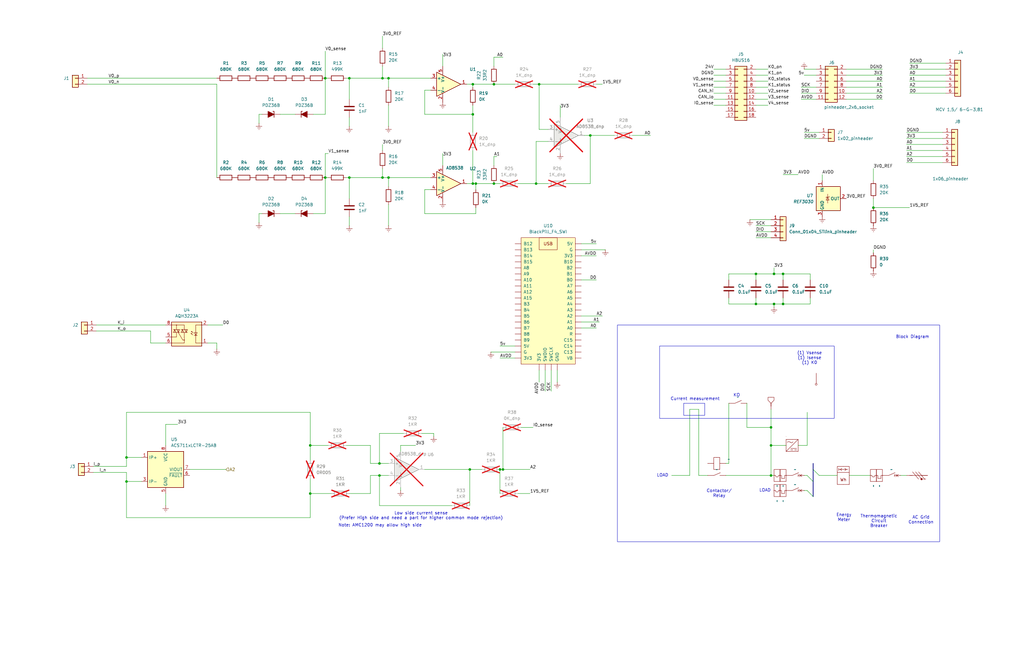
<source format=kicad_sch>
(kicad_sch (version 20231120) (generator "eeschema") (generator_version "8.0")
  (paper "B")
  (junction (at 325.12 187.96))
  (junction (at 147.32 33.02))
  (junction (at 325.12 180.34))
  (junction (at 200.66 77.47))
  (junction (at 318.77 128.27))
  (junction (at 368.3 87.63))
  (junction (at 325.12 200.66))
  (junction (at 212.09 198.12))
  (junction (at 147.32 74.93))
  (junction (at 160.02 195.58))
  (junction (at 163.83 74.93))
  (junction (at 53.34 203.2))
  (junction (at 318.77 115.57))
  (junction (at 163.83 33.02))
  (junction (at 137.16 33.02))
  (junction (at 199.39 48.26))
  (junction (at 208.28 77.47))
  (junction (at 330.2 128.27))
  (junction (at 198.12 198.12))
  (junction (at 199.39 77.47))
  (junction (at 137.16 74.93))
  (junction (at 130.81 208.28))
  (junction (at 199.39 35.56))
  (junction (at 53.34 193.04))
  (junction (at 161.29 74.93))
  (junction (at 210.82 198.12))
  (junction (at 326.39 115.57))
  (junction (at 130.81 187.96))
  (junction (at 227.33 35.56))
  (junction (at 160.02 200.66))
  (junction (at 208.28 35.56))
  (junction (at 326.39 128.27))
  (junction (at 226.06 77.47))
  (junction (at 161.29 33.02))
  (junction (at 330.2 115.57))
  (junction (at 248.92 57.15))
  (bus_entry (at 340.36 200.66) (size 2.54 2.54))
  (bus_entry (at 342.9 198.12) (size 2.54 2.54))
  (bus_entry (at 340.36 207.01) (size 2.54 2.54))
  (wire (pts (xy 212.09 180.34) (xy 212.09 198.12)))
  (wire (pts (xy 245.11 107.95) (xy 251.46 107.95)))
  (wire (pts (xy 147.32 91.44) (xy 147.32 95.25)))
  (wire (pts (xy 326.39 128.27) (xy 330.2 128.27)))
  (wire (pts (xy 199.39 35.56) (xy 208.28 35.56)))
  (wire (pts (xy 226.06 77.47) (xy 226.06 59.69)))
  (wire (pts (xy 318.77 31.75) (xy 323.85 31.75)))
  (wire (pts (xy 345.44 200.66) (xy 353.06 200.66)))
  (wire (pts (xy 243.84 35.56) (xy 227.33 35.56)))
  (wire (pts (xy 341.63 115.57) (xy 341.63 118.11)))
  (wire (pts (xy 91.44 35.56) (xy 91.44 74.93)))
  (wire (pts (xy 290.83 172.72) (xy 290.83 200.66)))
  (wire (pts (xy 130.81 173.99) (xy 130.81 187.96)))
  (wire (pts (xy 368.3 105.41) (xy 368.3 106.68)))
  (wire (pts (xy 177.8 182.88) (xy 182.88 182.88)))
  (wire (pts (xy 130.81 208.28) (xy 139.7 208.28)))
  (wire (pts (xy 179.07 48.26) (xy 179.07 38.1)))
  (wire (pts (xy 208.28 35.56) (xy 217.17 35.56)))
  (wire (pts (xy 294.64 200.66) (xy 294.64 172.72)))
  (wire (pts (xy 245.11 118.11) (xy 251.46 118.11)))
  (wire (pts (xy 207.01 148.59) (xy 217.17 148.59)))
  (wire (pts (xy 383.54 34.29) (xy 398.78 34.29)))
  (wire (pts (xy 161.29 74.93) (xy 163.83 74.93)))
  (wire (pts (xy 147.32 74.93) (xy 147.32 83.82)))
  (wire (pts (xy 186.69 22.86) (xy 186.69 27.94)))
  (wire (pts (xy 218.44 77.47) (xy 226.06 77.47)))
  (wire (pts (xy 382.27 63.5) (xy 397.51 63.5)))
  (wire (pts (xy 53.34 196.85) (xy 53.34 193.04)))
  (wire (pts (xy 339.09 31.75) (xy 344.17 31.75)))
  (wire (pts (xy 245.11 133.35) (xy 254 133.35)))
  (wire (pts (xy 146.05 33.02) (xy 147.32 33.02)))
  (wire (pts (xy 316.23 92.71) (xy 325.12 92.71)))
  (wire (pts (xy 368.3 83.82) (xy 368.3 87.63)))
  (wire (pts (xy 36.83 33.02) (xy 91.44 33.02)))
  (wire (pts (xy 227.33 35.56) (xy 227.33 54.61)))
  (wire (pts (xy 318.77 128.27) (xy 326.39 128.27)))
  (wire (pts (xy 212.09 198.12) (xy 223.52 198.12)))
  (wire (pts (xy 356.87 29.21) (xy 372.11 29.21)))
  (wire (pts (xy 259.08 57.15) (xy 248.92 57.15)))
  (wire (pts (xy 160.02 213.36) (xy 190.5 213.36)))
  (wire (pts (xy 137.16 74.93) (xy 138.43 74.93)))
  (wire (pts (xy 231.14 77.47) (xy 226.06 77.47)))
  (wire (pts (xy 339.09 58.42) (xy 345.44 58.42)))
  (bus (pts (xy 342.9 195.58) (xy 342.9 198.12)))
  (wire (pts (xy 163.83 86.36) (xy 163.83 95.25)))
  (wire (pts (xy 397.51 55.88) (xy 382.27 55.88)))
  (wire (pts (xy 199.39 77.47) (xy 200.66 77.47)))
  (wire (pts (xy 156.21 208.28) (xy 156.21 200.66)))
  (wire (pts (xy 200.66 77.47) (xy 200.66 80.01)))
  (wire (pts (xy 132.08 48.26) (xy 137.16 48.26)))
  (wire (pts (xy 130.81 201.93) (xy 130.81 208.28)))
  (wire (pts (xy 163.83 74.93) (xy 181.61 74.93)))
  (wire (pts (xy 274.32 57.15) (xy 266.7 57.15)))
  (wire (pts (xy 87.63 144.78) (xy 91.44 144.78)))
  (wire (pts (xy 63.5 144.78) (xy 69.85 144.78)))
  (wire (pts (xy 318.77 29.21) (xy 323.85 29.21)))
  (wire (pts (xy 300.99 41.91) (xy 306.07 41.91)))
  (wire (pts (xy 325.12 187.96) (xy 325.12 200.66)))
  (wire (pts (xy 199.39 44.45) (xy 199.39 48.26)))
  (wire (pts (xy 238.76 77.47) (xy 248.92 77.47)))
  (wire (pts (xy 245.11 138.43) (xy 251.46 138.43)))
  (wire (pts (xy 229.87 156.21) (xy 229.87 165.1)))
  (wire (pts (xy 160.02 200.66) (xy 160.02 213.36)))
  (wire (pts (xy 227.33 35.56) (xy 224.79 35.56)))
  (wire (pts (xy 210.82 198.12) (xy 210.82 208.28)))
  (wire (pts (xy 330.2 73.66) (xy 336.55 73.66)))
  (wire (pts (xy 307.34 128.27) (xy 318.77 128.27)))
  (wire (pts (xy 137.16 21.59) (xy 137.16 33.02)))
  (wire (pts (xy 91.44 144.78) (xy 91.44 147.32)))
  (wire (pts (xy 168.91 190.5) (xy 168.91 187.96)))
  (wire (pts (xy 339.09 207.01) (xy 340.36 207.01)))
  (wire (pts (xy 147.32 33.02) (xy 147.32 41.91)))
  (wire (pts (xy 326.39 115.57) (xy 330.2 115.57)))
  (wire (pts (xy 53.34 203.2) (xy 59.69 203.2)))
  (wire (pts (xy 69.85 208.28) (xy 69.85 213.36)))
  (wire (pts (xy 163.83 78.74) (xy 163.83 74.93)))
  (wire (pts (xy 156.21 200.66) (xy 160.02 200.66)))
  (wire (pts (xy 318.77 97.79) (xy 325.12 97.79)))
  (wire (pts (xy 69.85 187.96) (xy 69.85 179.07)))
  (wire (pts (xy 330.2 115.57) (xy 341.63 115.57)))
  (wire (pts (xy 382.27 66.04) (xy 397.51 66.04)))
  (wire (pts (xy 383.54 87.63) (xy 368.3 87.63)))
  (wire (pts (xy 53.34 203.2) (xy 53.34 218.44)))
  (wire (pts (xy 318.77 115.57) (xy 326.39 115.57)))
  (wire (pts (xy 223.52 208.28) (xy 218.44 208.28)))
  (wire (pts (xy 80.01 198.12) (xy 95.25 198.12)))
  (wire (pts (xy 227.33 54.61) (xy 231.14 54.61)))
  (wire (pts (xy 63.5 139.7) (xy 63.5 144.78)))
  (wire (pts (xy 318.77 34.29) (xy 323.85 34.29)))
  (wire (pts (xy 307.34 195.58) (xy 306.07 195.58)))
  (wire (pts (xy 337.82 41.91) (xy 344.17 41.91)))
  (wire (pts (xy 186.69 64.77) (xy 186.69 69.85)))
  (wire (pts (xy 53.34 199.39) (xy 53.34 203.2)))
  (wire (pts (xy 330.2 115.57) (xy 330.2 118.11)))
  (wire (pts (xy 379.73 200.66) (xy 382.27 200.66)))
  (wire (pts (xy 340.36 173.99) (xy 340.36 187.96)))
  (wire (pts (xy 109.22 48.26) (xy 110.49 48.26)))
  (wire (pts (xy 179.07 80.01) (xy 179.07 90.17)))
  (wire (pts (xy 199.39 48.26) (xy 179.07 48.26)))
  (wire (pts (xy 383.54 29.21) (xy 398.78 29.21)))
  (wire (pts (xy 234.95 156.21) (xy 234.95 161.29)))
  (wire (pts (xy 346.71 73.66) (xy 346.71 76.2)))
  (wire (pts (xy 248.92 57.15) (xy 248.92 77.47)))
  (wire (pts (xy 326.39 113.03) (xy 326.39 115.57)))
  (wire (pts (xy 161.29 20.32) (xy 161.29 15.24)))
  (wire (pts (xy 372.11 34.29) (xy 356.87 34.29)))
  (wire (pts (xy 168.91 187.96) (xy 175.26 187.96)))
  (wire (pts (xy 208.28 69.85) (xy 208.28 66.04)))
  (wire (pts (xy 226.06 59.69) (xy 231.14 59.69)))
  (wire (pts (xy 300.99 44.45) (xy 306.07 44.45)))
  (wire (pts (xy 341.63 128.27) (xy 341.63 125.73)))
  (wire (pts (xy 339.09 200.66) (xy 340.36 200.66)))
  (wire (pts (xy 160.02 182.88) (xy 170.18 182.88)))
  (wire (pts (xy 109.22 90.17) (xy 110.49 90.17)))
  (bus (pts (xy 342.9 203.2) (xy 342.9 209.55)))
  (wire (pts (xy 200.66 87.63) (xy 200.66 90.17)))
  (wire (pts (xy 314.96 170.18) (xy 314.96 180.34)))
  (wire (pts (xy 383.54 31.75) (xy 398.78 31.75)))
  (wire (pts (xy 298.45 200.66) (xy 294.64 200.66)))
  (wire (pts (xy 372.11 31.75) (xy 356.87 31.75)))
  (wire (pts (xy 199.39 35.56) (xy 199.39 36.83)))
  (wire (pts (xy 137.16 33.02) (xy 138.43 33.02)))
  (wire (pts (xy 318.77 39.37) (xy 323.85 39.37)))
  (wire (pts (xy 314.96 180.34) (xy 325.12 180.34)))
  (wire (pts (xy 36.83 35.56) (xy 91.44 35.56)))
  (wire (pts (xy 109.22 90.17) (xy 109.22 93.98)))
  (wire (pts (xy 318.77 95.25) (xy 325.12 95.25)))
  (wire (pts (xy 300.99 29.21) (xy 306.07 29.21)))
  (wire (pts (xy 130.81 208.28) (xy 130.81 218.44)))
  (wire (pts (xy 210.82 151.13) (xy 217.17 151.13)))
  (wire (pts (xy 245.11 135.89) (xy 252.73 135.89)))
  (wire (pts (xy 147.32 33.02) (xy 161.29 33.02)))
  (wire (pts (xy 358.14 200.66) (xy 367.03 200.66)))
  (wire (pts (xy 53.34 193.04) (xy 59.69 193.04)))
  (wire (pts (xy 181.61 38.1) (xy 179.07 38.1)))
  (wire (pts (xy 318.77 41.91) (xy 323.85 41.91)))
  (wire (pts (xy 137.16 48.26) (xy 137.16 33.02)))
  (wire (pts (xy 283.21 200.66) (xy 290.83 200.66)))
  (wire (pts (xy 39.37 199.39) (xy 53.34 199.39)))
  (wire (pts (xy 137.16 64.77) (xy 137.16 74.93)))
  (wire (pts (xy 248.92 57.15) (xy 246.38 57.15)))
  (wire (pts (xy 372.11 36.83) (xy 356.87 36.83)))
  (wire (pts (xy 325.12 200.66) (xy 326.39 200.66)))
  (wire (pts (xy 325.12 180.34) (xy 325.12 187.96)))
  (wire (pts (xy 168.91 205.74) (xy 168.91 207.01)))
  (wire (pts (xy 199.39 55.88) (xy 199.39 48.26)))
  (wire (pts (xy 147.32 74.93) (xy 161.29 74.93)))
  (wire (pts (xy 53.34 218.44) (xy 130.81 218.44)))
  (wire (pts (xy 137.16 90.17) (xy 137.16 74.93)))
  (wire (pts (xy 382.27 60.96) (xy 397.51 60.96)))
  (wire (pts (xy 147.32 208.28) (xy 156.21 208.28)))
  (wire (pts (xy 300.99 36.83) (xy 306.07 36.83)))
  (wire (pts (xy 337.82 36.83) (xy 344.17 36.83)))
  (wire (pts (xy 307.34 115.57) (xy 318.77 115.57)))
  (wire (pts (xy 325.12 172.72) (xy 325.12 180.34)))
  (wire (pts (xy 156.21 187.96) (xy 146.05 187.96)))
  (wire (pts (xy 307.34 170.18) (xy 307.34 195.58)))
  (wire (pts (xy 196.85 35.56) (xy 199.39 35.56)))
  (bus (pts (xy 342.9 198.12) (xy 342.9 203.2)))
  (wire (pts (xy 161.29 33.02) (xy 163.83 33.02)))
  (wire (pts (xy 198.12 198.12) (xy 198.12 213.36)))
  (wire (pts (xy 156.21 195.58) (xy 156.21 187.96)))
  (wire (pts (xy 224.79 180.34) (xy 219.71 180.34)))
  (wire (pts (xy 118.11 48.26) (xy 124.46 48.26)))
  (wire (pts (xy 198.12 198.12) (xy 203.2 198.12)))
  (wire (pts (xy 163.83 195.58) (xy 160.02 195.58)))
  (wire (pts (xy 300.99 34.29) (xy 306.07 34.29)))
  (wire (pts (xy 318.77 125.73) (xy 318.77 128.27)))
  (wire (pts (xy 294.64 172.72) (xy 290.83 172.72)))
  (wire (pts (xy 318.77 115.57) (xy 318.77 118.11)))
  (wire (pts (xy 196.85 77.47) (xy 199.39 77.47)))
  (wire (pts (xy 208.28 77.47) (xy 210.82 77.47)))
  (wire (pts (xy 179.07 90.17) (xy 200.66 90.17)))
  (wire (pts (xy 163.83 44.45) (xy 163.83 53.34)))
  (wire (pts (xy 210.82 198.12) (xy 212.09 198.12)))
  (wire (pts (xy 232.41 156.21) (xy 232.41 165.1)))
  (wire (pts (xy 339.09 29.21) (xy 344.17 29.21)))
  (wire (pts (xy 93.98 137.16) (xy 87.63 137.16)))
  (wire (pts (xy 53.34 173.99) (xy 130.81 173.99)))
  (wire (pts (xy 300.99 31.75) (xy 306.07 31.75)))
  (wire (pts (xy 300.99 39.37) (xy 306.07 39.37)))
  (wire (pts (xy 181.61 80.01) (xy 179.07 80.01)))
  (wire (pts (xy 138.43 64.77) (xy 137.16 64.77)))
  (wire (pts (xy 160.02 195.58) (xy 156.21 195.58)))
  (wire (pts (xy 318.77 36.83) (xy 323.85 36.83)))
  (wire (pts (xy 307.34 118.11) (xy 307.34 115.57)))
  (wire (pts (xy 132.08 90.17) (xy 137.16 90.17)))
  (wire (pts (xy 182.88 182.88) (xy 182.88 184.15)))
  (wire (pts (xy 383.54 39.37) (xy 398.78 39.37)))
  (wire (pts (xy 163.83 36.83) (xy 163.83 33.02)))
  (wire (pts (xy 39.37 196.85) (xy 53.34 196.85)))
  (wire (pts (xy 179.07 198.12) (xy 198.12 198.12)))
  (wire (pts (xy 208.28 66.04) (xy 209.55 66.04)))
  (wire (pts (xy 160.02 200.66) (xy 163.83 200.66)))
  (wire (pts (xy 161.29 71.12) (xy 161.29 74.93)))
  (wire (pts (xy 325.12 187.96) (xy 331.47 187.96)))
  (wire (pts (xy 130.81 194.31) (xy 130.81 187.96)))
  (wire (pts (xy 40.64 139.7) (xy 63.5 139.7)))
  (wire (pts (xy 251.46 35.56) (xy 254 35.56)))
  (wire (pts (xy 326.39 128.27) (xy 326.39 129.54)))
  (wire (pts (xy 245.11 102.87) (xy 251.46 102.87)))
  (wire (pts (xy 199.39 77.47) (xy 199.39 63.5)))
  (wire (pts (xy 161.29 27.94) (xy 161.29 33.02)))
  (wire (pts (xy 383.54 36.83) (xy 398.78 36.83)))
  (wire (pts (xy 382.27 58.42) (xy 397.51 58.42)))
  (wire (pts (xy 398.78 26.67) (xy 383.54 26.67)))
  (wire (pts (xy 146.05 74.93) (xy 147.32 74.93)))
  (wire (pts (xy 118.11 90.17) (xy 124.46 90.17)))
  (wire (pts (xy 330.2 125.73) (xy 330.2 128.27)))
  (wire (pts (xy 147.32 49.53) (xy 147.32 53.34)))
  (wire (pts (xy 307.34 125.73) (xy 307.34 128.27)))
  (wire (pts (xy 318.77 44.45) (xy 323.85 44.45)))
  (wire (pts (xy 40.64 137.16) (xy 69.85 137.16)))
  (wire (pts (xy 236.22 44.45) (xy 236.22 49.53)))
  (wire (pts (xy 200.66 77.47) (xy 208.28 77.47)))
  (wire (pts (xy 337.82 39.37) (xy 344.17 39.37)))
  (wire (pts (xy 210.82 146.05) (xy 217.17 146.05)))
  (wire (pts (xy 372.11 39.37) (xy 356.87 39.37)))
  (wire (pts (xy 161.29 63.5) (xy 161.29 60.96)))
  (wire (pts (xy 130.81 187.96) (xy 138.43 187.96)))
  (wire (pts (xy 69.85 179.07) (xy 74.93 179.07)))
  (wire (pts (xy 336.55 187.96) (xy 340.36 187.96)))
  (wire (pts (xy 306.07 200.66) (xy 325.12 200.66)))
  (wire (pts (xy 368.3 76.2) (xy 368.3 71.12)))
  (wire (pts (xy 339.09 55.88) (xy 345.44 55.88)))
  (wire (pts (xy 372.11 41.91) (xy 356.87 41.91)))
  (wire (pts (xy 227.33 156.21) (xy 227.33 161.29)))
  (wire (pts (xy 160.02 182.88) (xy 160.02 195.58)))
  (wire (pts (xy 212.09 24.13) (xy 208.28 24.13)))
  (wire (pts (xy 109.22 48.26) (xy 109.22 52.07)))
  (wire (pts (xy 163.83 33.02) (xy 181.61 33.02)))
  (wire (pts (xy 382.27 68.58) (xy 397.51 68.58)))
  (wire (pts (xy 208.28 24.13) (xy 208.28 27.94)))
  (wire (pts (xy 53.34 193.04) (xy 53.34 173.99)))
  (wire (pts (xy 245.11 105.41) (xy 255.27 105.41)))
  (wire (pts (xy 318.77 100.33) (xy 325.12 100.33)))
  (wire (pts (xy 330.2 128.27) (xy 341.63 128.27)))
  (rectangle (start 278.13 146.05) (end 351.79 176.53))
  (rectangle (start 288.29 170.18) (end 297.18 175.26))
  (rectangle (start 260.35 137.16) (end 396.24 228.6))
  (text "Note: AMC1200 may allow high side" (at 160.274 221.742 0) (effects (font (size 1.27 1.27))))
  (text "AC Grid\nConnection" (at 388.366 219.456 0) (effects (font (size 1.27 1.27))))
  (text "Block Diagram" (at 384.81 142.24 0) (effects (font (size 1.27 1.27))))
  (text "Low side current sense\n(Prefer High side and need a part for higher common mode rejection)" (at 177.546 217.678 0) (effects (font (size 1.27 1.27))))
  (text "KO" (at 310.642 166.878 0) (effects (font (size 1.27 1.27))))
  (text "(1) Vsense\n(1) Isense\n(1) K0" (at 341.376 151.13 0) (effects (font (size 1.27 1.27))))
  (text "Current measurement" (at 293.116 168.402 0) (effects (font (size 1.27 1.27))))
  (text "Energy\nMeter" (at 355.854 218.44 0) (effects (font (size 1.27 1.27))))
  (text "LOAD" (at 322.58 207.01 0) (effects (font (size 1.27 1.27))))
  (text "Thermomagnetic\nCircuit\nBreaker" (at 370.586 219.964 0) (effects (font (size 1.27 1.27))))
  (text "LOAD" (at 279.4 200.66 0) (effects (font (size 1.27 1.27))))
  (text "Contactor/\nRelay" (at 303.276 208.28 0) (effects (font (size 1.27 1.27))))
  (label "A1" (at 383.54 34.29 0))
  (label "AVDD" (at 318.77 100.33 0))
  (label "5v" (at 251.46 102.87 180))
  (label "K0_status" (at 323.85 34.29 0))
  (label "A2" (at 223.52 198.12 0))
  (label "AVDD" (at 210.82 151.13 0))
  (label "3V0_REF" (at 356.87 83.82 0))
  (label "DIO" (at 337.82 39.37 0))
  (label "D0" (at 372.11 41.91 180))
  (label "3V0_REF" (at 161.29 15.24 0))
  (label "V1_sense" (at 300.99 36.83 180))
  (label "A2" (at 382.27 66.04 0))
  (label "DIO" (at 229.87 165.1 90))
  (label "SCK" (at 337.82 36.83 0))
  (label "V3_sense" (at 323.85 41.91 0))
  (label "3V3" (at 236.22 45.72 0))
  (label "SCK" (at 318.77 95.25 0))
  (label "CAN_hi" (at 300.99 39.37 180))
  (label "I_n" (at 41.91 199.39 0))
  (label "V0_p" (at 45.72 33.02 0))
  (label "V2_sense" (at 323.85 39.37 0))
  (label "DGND" (at 368.3 105.41 0))
  (label "1V5_REF" (at 223.52 208.28 0))
  (label "A0" (at 372.11 34.29 180))
  (label "DGND" (at 383.54 26.67 0))
  (label "I0_sense" (at 224.79 180.34 0))
  (label "3V0_REF" (at 368.3 71.12 0))
  (label "V0_n" (at 45.72 35.56 0))
  (label "3V3" (at 372.11 31.75 180))
  (label "A0" (at 383.54 31.75 0))
  (label "I0_sense" (at 300.99 44.45 180))
  (label "AVDD" (at 346.71 73.66 0))
  (label "DIO" (at 318.77 97.79 0))
  (label "3V3" (at 186.69 24.13 0))
  (label "A0" (at 251.46 138.43 180))
  (label "V4_sense" (at 323.85 44.45 0))
  (label "K0_on" (at 323.85 29.21 0))
  (label "3V3" (at 330.2 73.66 0))
  (label "D0" (at 93.98 137.16 0))
  (label "A1" (at 208.28 66.04 0))
  (label "3V3" (at 326.39 113.03 0))
  (label "K_o" (at 49.53 139.7 0))
  (label "1V5_REF" (at 254 35.56 0))
  (label "D0" (at 251.46 118.11 180))
  (label "A2" (at 383.54 36.83 0))
  (label "A1" (at 372.11 36.83 180))
  (label "5v" (at 339.09 55.88 0))
  (label "1V5_REF" (at 383.54 87.63 0))
  (label "3V3" (at 383.54 29.21 0))
  (label "K_i" (at 49.53 137.16 0))
  (label "5v" (at 210.82 146.05 0))
  (label "A0" (at 271.78 57.15 0))
  (label "D0" (at 383.54 39.37 0))
  (label "3V3" (at 74.93 179.07 0))
  (label "A2" (at 372.11 39.37 180))
  (label "A0" (at 209.55 24.13 0))
  (label "K1_on" (at 323.85 31.75 0))
  (label "AVDD" (at 336.55 73.66 0))
  (label "V1_sense" (at 138.43 64.77 0))
  (label "AVDD" (at 251.46 107.95 180))
  (label "AVDD" (at 227.33 161.29 270))
  (label "CAN_lo" (at 300.99 41.91 180))
  (label "A2" (at 254 133.35 180))
  (label "3V3" (at 382.27 58.42 0))
  (label "SCK" (at 232.41 165.1 90))
  (label "DGND" (at 372.11 29.21 180))
  (label "I_p" (at 39.37 196.85 0))
  (label "A1" (at 382.27 63.5 0))
  (label "3V3" (at 175.26 187.96 0))
  (label "DGND" (at 382.27 55.88 0))
  (label "D0" (at 382.27 68.58 0))
  (label "24V" (at 300.99 29.21 180))
  (label "3V0_REF" (at 161.29 60.96 0))
  (label "K1_status" (at 323.85 36.83 0))
  (label "AVDD" (at 337.82 41.91 0))
  (label "DGND" (at 300.99 31.75 180))
  (label "V0_sense" (at 137.16 21.59 0))
  (label "A1" (at 252.73 135.89 180))
  (label "3V3" (at 186.69 66.04 0))
  (label "V0_sense" (at 300.99 34.29 180))
  (label "5v" (at 339.09 31.75 180))
  (label "A0" (at 382.27 60.96 0))
  (label "DGND" (at 339.09 58.42 0))
  (hierarchical_label "A2" (shape input) (at 95.25 198.12 0))
  (symbol (lib_id "Device:R") (at 208.28 31.75 180) (unit 1)
    (property "Reference" "R22" (at 201.93 31.75 90))
    (property "Value" "33R2" (at 204.47 31.75 90))
    (property "Footprint" "Resistor_SMD:R_0805_2012Metric" (effects (hide yes)))
    (property "Description" "Resistor" (effects (hide yes)))
  )
  (symbol (lib_id "iec_60617:watt_hour_meter_bidirectional") (at 355.6 200.66 0) (unit 1)
    (property "Reference" "U20" (effects (hide yes)))
    (property "Value" "watt_hour_meter_bidirectional" (effects (hide yes)))
  )
  (symbol (lib_id "Connector_Generic:Conn_01x06") (at 403.86 31.75 0) (unit 1) (exclude_from_sim yes)
    (property "Reference" "J4" (at 403.86 22.098 0) (effects (justify left)))
    (property "Value" "MCV 1,5/ 6-G-3,81" (at 394.462 46.228 0) (effects (justify left)))
    (property "Footprint" "Connector_Phoenix_MC:PhoenixContact_MCV_1,5_6-G-3.81_1x06_P3.81mm_Vertical" (effects (hide yes)))
    (property "Description" "Generic connector, single row, 01x06, script generated (kicad-library-utils/schlib/autogen/connector/)" (effects (hide yes)))
  )
  (symbol (lib_id "Device:R") (at 199.39 40.64 0) (unit 1)
    (property "Reference" "R19" (at 201.93 39.3699 0) (effects (justify left)))
    (property "Value" "0K" (at 201.93 41.9099 0) (effects (justify left)))
    (property "Footprint" "Resistor_SMD:R_0805_2012Metric" (effects (hide yes)))
    (property "Description" "Resistor" (effects (hide yes)))
  )
  (symbol (lib_id "Device:R") (at 194.31 213.36 90) (unit 1) (dnp yes)
    (property "Reference" "R33" (at 194.31 207.01 90))
    (property "Value" "1KR" (at 194.31 209.55 90))
    (property "Footprint" "Resistor_SMD:R_0805_2012Metric" (effects (hide yes)))
    (property "Description" "Resistor" (effects (hide yes)))
  )
  (symbol (lib_id "Device:R") (at 214.63 77.47 90) (unit 1) (dnp yes)
    (property "Reference" "R25" (at 214.63 71.12 90))
    (property "Value" "1K_dnp" (at 214.63 73.66 90))
    (property "Footprint" "Resistor_SMD:R_0805_2012Metric" (effects (hide yes)))
    (property "Description" "Resistor" (effects (hide yes)))
  )
  (symbol (lib_id "Device:R") (at 161.29 67.31 180) (unit 1)
    (property "Reference" "R16" (at 163.83 66.0399 0) (effects (justify right)))
    (property "Value" "20K" (at 163.83 68.5799 0) (effects (justify right)))
    (property "Footprint" "Resistor_SMD:R_0805_2012Metric" (effects (hide yes)))
    (property "Description" "Resistor" (effects (hide yes)))
  )
  (symbol (lib_id "Device:R") (at 118.11 74.93 90) (unit 1)
    (property "Reference" "R8" (at 118.11 68.58 90))
    (property "Value" "680K" (at 118.11 71.12 90))
    (property "Footprint" "Resistor_SMD:R_1206_3216Metric" (effects (hide yes)))
    (property "Description" "Resistor" (effects (hide yes)))
  )
  (symbol (lib_id "Device:R") (at 110.49 33.02 90) (unit 1)
    (property "Reference" "R5" (at 110.49 26.67 90))
    (property "Value" "680K" (at 110.49 29.21 90))
    (property "Footprint" "Resistor_SMD:R_1206_3216Metric" (effects (hide yes)))
    (property "Description" "Resistor" (effects (hide yes)))
  )
  (symbol (lib_id "Reference_Voltage:REF3030") (at 349.25 83.82 0) (unit 1) (exclude_from_sim yes)
    (property "Reference" "U7" (at 342.9 82.5499 0) (effects (justify right)))
    (property "Value" "REF3030" (at 342.9 85.0899 0) (effects (font (italic yes)) (justify right)))
    (property "Footprint" "Package_TO_SOT_SMD:SOT-23" (effects (hide yes)))
    (property "Datasheet" "http://www.ti.com/lit/ds/symlink/ref3033.pdf" (effects (hide yes)))
    (property "Description" "3.0V 50-ppm/°C Max, 50-μA, CMOS Voltage Reference, SOT-23-3" (effects (hide yes)))
  )
  (symbol (lib_id "Device:R") (at 247.65 35.56 90) (unit 1) (dnp yes)
    (property "Reference" "R27" (at 247.65 29.21 90))
    (property "Value" "1K_dnp" (at 247.65 31.75 90))
    (property "Footprint" "Resistor_SMD:R_0805_2012Metric" (effects (hide yes)))
    (property "Description" "Resistor" (effects (hide yes)))
  )
  (symbol (lib_id "Device:C") (at 341.63 121.92 0) (unit 1)
    (property "Reference" "C10" (at 345.44 120.6499 0) (effects (justify left)))
    (property "Value" "0.1uF" (at 345.44 123.1899 0) (effects (justify left)))
    (property "Footprint" "Capacitor_SMD:C_0603_1608Metric_Pad1.08x0.95mm_HandSolder" (effects (hide yes)))
    (property "Description" "Unpolarized capacitor" (effects (hide yes)))
  )
  (symbol (lib_id "power:Earth") (at 207.01 148.59 0) (unit 1)
    (property "Reference" "#PWR019" (effects (hide yes)))
    (property "Value" "Earth" (effects (hide yes)))
    (property "Description" "Power symbol creates a global label with name \"Earth\"" (effects (hide yes)))
  )
  (symbol (lib_id "Connector_Generic:Conn_01x02") (at 35.56 137.16 0) (mirror y) (unit 1)
    (property "Reference" "J2" (at 33.02 137.1599 0) (effects (justify left)))
    (property "Footprint" "Connector_Phoenix_MSTB:PhoenixContact_MSTBVA_2,5_2-G-5,08_1x02_P5.08mm_Vertical" (effects (hide yes)))
    (property "Description" "Generic connector, single row, 01x02, script generated (kicad-library-utils/schlib/autogen/connector/)" (effects (hide yes)))
  )
  (symbol (lib_id "Device:R") (at 199.39 59.69 0) (unit 1) (dnp yes)
    (property "Reference" "R20" (at 201.93 58.4199 0) (effects (justify left)))
    (property "Value" "1K_dnp" (at 201.93 60.9599 0) (effects (justify left)))
    (property "Footprint" "Resistor_SMD:R_0805_2012Metric" (effects (hide yes)))
    (property "Description" "Resistor" (effects (hide yes)))
  )
  (symbol (lib_id "Device:R") (at 142.24 33.02 90) (unit 1)
    (property "Reference" "R13" (at 142.24 26.67 90))
    (property "Value" "499K" (at 142.24 29.21 90))
    (property "Footprint" "Resistor_SMD:R_0805_2012Metric" (effects (hide yes)))
    (property "Description" "Resistor" (effects (hide yes)))
  )
  (symbol (lib_id "Device:R") (at 200.66 83.82 0) (unit 1)
    (property "Reference" "R21" (at 203.2 82.5499 0) (effects (justify left)))
    (property "Value" "0K" (at 203.2 85.0899 0) (effects (justify left)))
    (property "Footprint" "Resistor_SMD:R_0805_2012Metric" (effects (hide yes)))
    (property "Description" "Resistor" (effects (hide yes)))
  )
  (symbol (lib_id "Device:D_Zener_Filled") (at 128.27 48.26 0) (unit 1) (exclude_from_sim yes)
    (property "Reference" "D3" (at 128.27 41.91 0))
    (property "Value" "PDZ36B" (at 128.27 44.45 0))
    (property "Footprint" "Diode_SMD:D_SOD-323_HandSoldering" (effects (hide yes)))
    (property "Description" "Zener diode, filled shape" (effects (hide yes)))
  )
  (symbol (lib_id "Connector_Generic:Conn_02x06_Odd_Even") (at 349.25 34.29 0) (unit 1)
    (property "Reference" "J6" (at 349.504 26.416 0) (effects (justify left)))
    (property "Value" "pinheader_2x6_socket" (at 347.472 45.212 0) (effects (justify left)))
    (property "Footprint" "Connector_PinHeader_2.54mm:PinHeader_2x06_P2.54mm_Vertical" (effects (hide yes)))
    (property "Description" "Generic connector, double row, 02x06, odd/even pin numbering scheme (row 1 odd numbers, row 2 even numbers), script generated (kicad-library-utils/schlib/autogen/connector/)" (effects (hide yes)))
  )
  (symbol (lib_id "Device:R") (at 125.73 33.02 90) (unit 1)
    (property "Reference" "R9" (at 125.73 26.67 90))
    (property "Value" "680K" (at 125.73 29.21 90))
    (property "Footprint" "Resistor_SMD:R_1206_3216Metric" (effects (hide yes)))
    (property "Description" "Resistor" (effects (hide yes)))
  )
  (symbol (lib_id "Device:R") (at 133.35 74.93 90) (unit 1)
    (property "Reference" "R12" (at 133.35 68.58 90))
    (property "Value" "680K" (at 133.35 71.12 90))
    (property "Footprint" "Resistor_SMD:R_1206_3216Metric" (effects (hide yes)))
    (property "Description" "Resistor" (effects (hide yes)))
  )
  (symbol (lib_id "Device:R") (at 368.3 110.49 180) (unit 1)
    (property "Reference" "R39" (at 370.84 109.2199 0) (effects (justify right)))
    (property "Value" "0" (at 370.84 111.7599 0) (effects (justify right)))
    (property "Footprint" "Resistor_SMD:R_0805_2012Metric" (effects (hide yes)))
    (property "Description" "Resistor" (effects (hide yes)))
  )
  (symbol (lib_id "power:Earth") (at 163.83 95.25 0) (unit 1)
    (property "Reference" "#PWR06" (effects (hide yes)))
    (property "Value" "Earth" (effects (hide yes)))
    (property "Description" "Power symbol creates a global label with name \"Earth\"" (effects (hide yes)))
  )
  (symbol (lib_id "power:Earth") (at 316.23 92.71 0) (unit 1)
    (property "Reference" "#PWR022" (effects (hide yes)))
    (property "Value" "Earth" (effects (hide yes)))
    (property "Description" "Power symbol creates a global label with name \"Earth\"" (effects (hide yes)))
  )
  (symbol (lib_id "power:Earth") (at 69.85 213.36 0) (unit 1)
    (property "Reference" "#PWR010" (effects (hide yes)))
    (property "Value" "Earth" (effects (hide yes)))
    (property "Description" "Power symbol creates a global label with name \"Earth\"" (effects (hide yes)))
  )
  (symbol (lib_id "iec_60617:07-13-05.6_circuit_breaker_isolator") (at 339.09 200.66 270) (mirror x) (unit 1)
    (property "Reference" "C8" (effects (hide yes)))
    (property "Value" "~" (at 335.28 198.12 90))
  )
  (symbol (lib_id "Device:C") (at 330.2 121.92 0) (unit 1)
    (property "Reference" "C6" (at 334.01 120.6499 0) (effects (justify left)))
    (property "Value" "0.1uF" (at 334.01 123.1899 0) (effects (justify left)))
    (property "Footprint" "Capacitor_SMD:C_0603_1608Metric_Pad1.08x0.95mm_HandSolder" (effects (hide yes)))
    (property "Description" "Unpolarized capacitor" (effects (hide yes)))
  )
  (symbol (lib_id "Connector_Generic:Conn_02x09_Odd_Even") (at 311.15 39.37 0) (unit 1)
    (property "Reference" "J5" (at 312.42 22.86 0))
    (property "Value" "HBUS16" (at 312.42 25.4 0))
    (property "Footprint" "Connector_PinHeader_2.54mm:PinHeader_2x09_P2.54mm_Vertical" (effects (hide yes)))
    (property "Description" "Generic connector, double row, 02x09, odd/even pin numbering scheme (row 1 odd numbers, row 2 even numbers), script generated (kicad-library-utils/schlib/autogen/connector/)" (effects (hide yes)))
  )
  (symbol (lib_id "Connector_Generic:Conn_01x02") (at 34.29 196.85 0) (mirror y) (unit 1)
    (property "Reference" "J3" (at 31.75 196.8499 0) (effects (justify left)))
    (property "Footprint" "Connector_Phoenix_MSTB:PhoenixContact_MSTBVA_2,5_2-G-5,08_1x02_P5.08mm_Vertical" (effects (hide yes)))
    (property "Description" "Generic connector, single row, 01x02, script generated (kicad-library-utils/schlib/autogen/connector/)" (effects (hide yes)))
  )
  (symbol (lib_id "Device:R") (at 95.25 74.93 90) (unit 1)
    (property "Reference" "R2" (at 95.25 68.58 90))
    (property "Value" "680K" (at 95.25 71.12 90))
    (property "Footprint" "Resistor_SMD:R_1206_3216Metric" (effects (hide yes)))
    (property "Description" "Resistor" (effects (hide yes)))
  )
  (symbol (lib_id "Connector_Generic:Conn_01x06") (at 402.59 60.96 0) (unit 1) (exclude_from_sim yes)
    (property "Reference" "J8" (at 402.59 51.308 0) (effects (justify left)))
    (property "Value" "1x06_pinheader" (at 393.192 75.438 0) (effects (justify left)))
    (property "Footprint" "Connector_PinHeader_2.54mm:PinHeader_1x06_P2.54mm_Vertical" (effects (hide yes)))
    (property "Description" "Generic connector, single row, 01x06, script generated (kicad-library-utils/schlib/autogen/connector/)" (effects (hide yes)))
  )
  (symbol (lib_id "iec_60617:07-02-01_make_contact") (at 306.07 200.66 270) (mirror x) (unit 1)
    (property "Reference" "C7" (effects (hide yes)))
    (property "Value" "~" (at 302.26 198.12 90))
  )
  (symbol (lib_id "Device:R") (at 133.35 33.02 90) (unit 1)
    (property "Reference" "R11" (at 133.35 26.67 90))
    (property "Value" "680K" (at 133.35 29.21 90))
    (property "Footprint" "Resistor_SMD:R_1206_3216Metric" (effects (hide yes)))
    (property "Description" "Resistor" (effects (hide yes)))
  )
  (symbol (lib_id "Device:D_Zener_Filled") (at 114.3 90.17 0) (mirror y) (unit 1) (exclude_from_sim yes)
    (property "Reference" "D2" (at 114.3 83.82 0))
    (property "Value" "PDZ36B" (at 114.3 86.36 0))
    (property "Footprint" "Diode_SMD:D_SOD-323_HandSoldering" (effects (hide yes)))
    (property "Description" "Zener diode, filled shape" (effects (hide yes)))
  )
  (symbol (lib_id "misc_parts:AD8538") (at 171.45 198.12 0) (unit 1) (dnp yes)
    (property "Reference" "U6" (at 181.61 191.8014 0))
    (property "Value" "AD8538_dnp" (at 173.99 191.516 0))
    (property "Footprint" "Package_TO_SOT_SMD:TSOT-23-5" (effects (hide yes)))
    (property "Datasheet" "https://www.analog.com/media/en/technical-documentation/data-sheets/AD8538_8539.pdf" (effects (hide yes)))
    (property "Description" "Precision Micropower, Low Noise CMOS, Rail-to-Rail Input/Output Operational Amplifier, TSOT-23-5" (effects (hide yes)))
    (property "Sim.Library" "${KICAD8_SYMBOL_DIR}/Simulation_SPICE.sp" (effects (hide yes)))
    (property "Sim.Name" "kicad_builtin_opamp" (effects (hide yes)))
    (property "Sim.Device" "SUBCKT" (effects (hide yes)))
    (property "Sim.Pins" "1=out 2=vee 3=in+ 4=in- 5=vcc" (effects (hide yes)))
  )
  (symbol (lib_id "power:Earth") (at 234.95 161.29 0) (unit 1)
    (property "Reference" "#PWR021" (effects (hide yes)))
    (property "Value" "Earth" (effects (hide yes)))
    (property "Description" "Power symbol creates a global label with name \"Earth\"" (effects (hide yes)))
  )
  (symbol (lib_id "enphase_symbols:watt_hour_1_element_1_current") (at 344.17 160.02 0) (unit 1)
    (property "Reference" "U17" (effects (hide yes)))
    (property "Value" "1_element_2_current" (effects (hide yes)))
  )
  (symbol (lib_id "Device:R") (at 142.24 74.93 90) (unit 1)
    (property "Reference" "R14" (at 142.24 68.58 90))
    (property "Value" "499K" (at 142.24 71.12 90))
    (property "Footprint" "Resistor_SMD:R_0805_2012Metric" (effects (hide yes)))
    (property "Description" "Resistor" (effects (hide yes)))
  )
  (symbol (lib_id "power:Earth") (at 339.09 29.21 180) (unit 1)
    (property "Reference" "#PWR018" (effects (hide yes)))
    (property "Value" "Earth" (effects (hide yes)))
    (property "Description" "Power symbol creates a global label with name \"Earth\"" (effects (hide yes)))
  )
  (symbol (lib_id "Device:R") (at 234.95 77.47 90) (unit 1) (dnp yes)
    (property "Reference" "R26" (at 234.95 71.12 90))
    (property "Value" "1K_dnp" (at 234.95 73.66 90))
    (property "Footprint" "Resistor_SMD:R_0805_2012Metric" (effects (hide yes)))
    (property "Description" "Resistor" (effects (hide yes)))
  )
  (symbol (lib_id "Device:R") (at 173.99 182.88 90) (unit 1) (dnp yes)
    (property "Reference" "R32" (at 173.99 176.53 90))
    (property "Value" "1KR" (at 173.99 179.07 90))
    (property "Footprint" "Resistor_SMD:R_0805_2012Metric" (effects (hide yes)))
    (property "Description" "Resistor" (effects (hide yes)))
  )
  (symbol (lib_id "iec_60617:07-15-21_magnetic_operator") (at 368.3 200.66 270) (unit 1)
    (property "Reference" "T16" (effects (hide yes)))
    (property "Value" "~" (at 368.3 204.47 0) (effects (justify left)))
  )
  (symbol (lib_id "misc_parts:AD8538") (at 189.23 35.56 0) (unit 1)
    (property "Reference" "U1" (at 199.39 29.2414 0))
    (property "Value" "${SIM.PARAMS}" (at 199.39 31.7814 0))
    (property "Footprint" "Package_TO_SOT_SMD:TSOT-23-5" (effects (hide yes)))
    (property "Datasheet" "https://www.analog.com/media/en/technical-documentation/data-sheets/AD8538_8539.pdf" (effects (hide yes)))
    (property "Description" "Precision Micropower, Low Noise CMOS, Rail-to-Rail Input/Output Operational Amplifier, TSOT-23-5" (effects (hide yes)))
    (property "Sim.Library" "${KICAD8_SYMBOL_DIR}/Simulation_SPICE.sp" (effects (hide yes)))
    (property "Sim.Name" "kicad_builtin_opamp" (effects (hide yes)))
    (property "Sim.Device" "SUBCKT" (effects (hide yes)))
    (property "Sim.Pins" "1=out 2=vee 3=in+ 4=in- 5=vcc" (effects (hide yes)))
  )
  (symbol (lib_id "Device:R") (at 143.51 208.28 270) (mirror x) (unit 1) (dnp yes)
    (property "Reference" "R31" (at 143.51 201.93 90))
    (property "Value" "1KR" (at 143.51 204.47 90))
    (property "Footprint" "Resistor_SMD:R_0805_2012Metric" (effects (hide yes)))
    (property "Description" "Resistor" (effects (hide yes)))
  )
  (symbol (lib_id "power:Earth") (at 168.91 207.01 0) (unit 1)
    (property "Reference" "#PWR011" (effects (hide yes)))
    (property "Value" "Earth" (effects (hide yes)))
    (property "Description" "Power symbol creates a global label with name \"Earth\"" (effects (hide yes)))
  )
  (symbol (lib_id "Device:R") (at 102.87 74.93 90) (unit 1)
    (property "Reference" "R4" (at 102.87 68.58 90))
    (property "Value" "680K" (at 102.87 71.12 90))
    (property "Footprint" "Resistor_SMD:R_1206_3216Metric" (effects (hide yes)))
    (property "Description" "Resistor" (effects (hide yes)))
  )
  (symbol (lib_id "iec_60617:07-15-01_operating_device") (at 302.26 195.58 90) (unit 1)
    (property "Reference" "T7" (effects (hide yes)))
    (property "Value" "~" (at 307.34 193.8019 90))
  )
  (symbol (lib_id "Device:R") (at 130.81 198.12 0) (unit 1) (dnp yes)
    (property "Reference" "R29" (at 133.35 196.8499 0) (effects (justify left)))
    (property "Value" "0R005" (at 133.35 199.3899 0) (effects (justify left)))
    (property "Footprint" "Resistor_SMD:R_2512_6332Metric_Pad1.40x3.35mm_HandSolder" (effects (hide yes)))
    (property "Description" "Resistor" (effects (hide yes)))
  )
  (symbol (lib_id "power:Earth") (at 109.22 93.98 0) (unit 1)
    (property "Reference" "#PWR02" (effects (hide yes)))
    (property "Value" "Earth" (effects (hide yes)))
    (property "Description" "Power symbol creates a global label with name \"Earth\"" (effects (hide yes)))
  )
  (symbol (lib_id "Device:D_Zener_Filled") (at 114.3 48.26 0) (mirror y) (unit 1) (exclude_from_sim yes)
    (property "Reference" "D1" (at 114.3 41.91 0))
    (property "Value" "PDZ36B" (at 114.3 44.45 0))
    (property "Footprint" "Diode_SMD:D_SOD-323_HandSoldering" (effects (hide yes)))
    (property "Description" "Zener diode, filled shape" (effects (hide yes)))
  )
  (symbol (lib_id "Device:D_Zener_Filled") (at 128.27 90.17 0) (unit 1) (exclude_from_sim yes)
    (property "Reference" "D4" (at 128.27 83.82 0))
    (property "Value" "PDZ36B" (at 128.27 86.36 0))
    (property "Footprint" "Diode_SMD:D_SOD-323_HandSoldering" (effects (hide yes)))
    (property "Description" "Zener diode, filled shape" (effects (hide yes)))
  )
  (symbol (lib_name "07-15-21_thermal_operator_1") (lib_id "iec_60617:07-15-21_thermal_operator") (at 330.2 207.01 270) (unit 1)
    (property "Reference" "T11" (effects (hide yes)))
    (property "Value" "~" (at 330.2 210.82 0) (effects (justify left)))
  )
  (symbol (lib_id "power:Earth") (at 147.32 95.25 0) (unit 1)
    (property "Reference" "#PWR04" (effects (hide yes)))
    (property "Value" "Earth" (effects (hide yes)))
    (property "Description" "Power symbol creates a global label with name \"Earth\"" (effects (hide yes)))
  )
  (symbol (lib_id "Device:R") (at 161.29 24.13 180) (unit 1)
    (property "Reference" "R15" (at 163.83 22.8599 0) (effects (justify right)))
    (property "Value" "20K" (at 163.83 25.3999 0) (effects (justify right)))
    (property "Footprint" "Resistor_SMD:R_0805_2012Metric" (effects (hide yes)))
    (property "Description" "Resistor" (effects (hide yes)))
  )
  (symbol (lib_id "Device:R") (at 214.63 208.28 90) (unit 1) (dnp yes)
    (property "Reference" "R37" (at 214.63 201.93 90))
    (property "Value" "1KR" (at 214.63 204.47 90))
    (property "Footprint" "Resistor_SMD:R_0805_2012Metric" (effects (hide yes)))
    (property "Description" "Resistor" (effects (hide yes)))
  )
  (symbol (lib_id "power:Earth") (at 368.3 114.3 0) (unit 1)
    (property "Reference" "#PWR017" (effects (hide yes)))
    (property "Value" "Earth" (effects (hide yes)))
    (property "Description" "Power symbol creates a global label with name \"Earth\"" (effects (hide yes)))
  )
  (symbol (lib_id "Device:R") (at 163.83 82.55 180) (unit 1)
    (property "Reference" "R18" (at 166.37 81.2799 0) (effects (justify right)))
    (property "Value" "20K" (at 166.37 83.8199 0) (effects (justify right)))
    (property "Footprint" "Resistor_SMD:R_0805_2012Metric" (effects (hide yes)))
    (property "Description" "Resistor" (effects (hide yes)))
  )
  (symbol (lib_id "misc_parts:AD8538") (at 238.76 57.15 0) (unit 1) (dnp yes)
    (property "Reference" "U3" (at 248.92 50.8314 0))
    (property "Value" "AD8538_dnp" (at 248.92 53.3714 0))
    (property "Footprint" "Package_TO_SOT_SMD:TSOT-23-5" (effects (hide yes)))
    (property "Datasheet" "https://www.analog.com/media/en/technical-documentation/data-sheets/AD8538_8539.pdf" (effects (hide yes)))
    (property "Description" "Precision Micropower, Low Noise CMOS, Rail-to-Rail Input/Output Operational Amplifier, TSOT-23-5" (effects (hide yes)))
    (property "Sim.Library" "${KICAD8_SYMBOL_DIR}/Simulation_SPICE.sp" (effects (hide yes)))
    (property "Sim.Name" "kicad_builtin_opamp" (effects (hide yes)))
    (property "Sim.Device" "SUBCKT" (effects (hide yes)))
    (property "Sim.Pins" "1=out 2=vee 3=in+ 4=in- 5=vcc" (effects (hide yes)))
  )
  (symbol (lib_id "power:Earth") (at 346.71 91.44 0) (unit 1)
    (property "Reference" "#PWR013" (effects (hide yes)))
    (property "Value" "Earth" (effects (hide yes)))
    (property "Description" "Power symbol creates a global label with name \"Earth\"" (effects (hide yes)))
  )
  (symbol (lib_id "power:Earth") (at 326.39 129.54 0) (unit 1)
    (property "Reference" "#PWR016" (effects (hide yes)))
    (property "Value" "Earth" (effects (hide yes)))
    (property "Description" "Power symbol creates a global label with name \"Earth\"" (effects (hide yes)))
  )
  (symbol (lib_id "Connector_Generic:Conn_01x04") (at 330.2 95.25 0) (unit 1)
    (property "Reference" "J9" (at 332.74 95.2499 0) (effects (justify left)))
    (property "Value" "Conn_01x04_STlink_pinheader" (at 332.74 97.7899 0) (effects (justify left)))
    (property "Footprint" "Connector_PinHeader_2.54mm:PinHeader_1x04_P2.54mm_Vertical" (effects (hide yes)))
    (property "Description" "Generic connector, single row, 01x04, script generated (kicad-library-utils/schlib/autogen/connector/)" (effects (hide yes)))
  )
  (symbol (lib_id "Device:R") (at 95.25 33.02 90) (unit 1)
    (property "Reference" "R1" (at 95.25 26.67 90))
    (property "Value" "680K" (at 95.25 29.21 90))
    (property "Footprint" "Resistor_SMD:R_1206_3216Metric" (effects (hide yes)))
    (property "Description" "Resistor" (effects (hide yes)))
  )
  (symbol (lib_id "power:Earth") (at 236.22 64.77 0) (unit 1)
    (property "Reference" "#PWR09" (effects (hide yes)))
    (property "Value" "Earth" (effects (hide yes)))
    (property "Description" "Power symbol creates a global label with name \"Earth\"" (effects (hide yes)))
  )
  (symbol (lib_id "Device:C") (at 307.34 121.92 0) (unit 1)
    (property "Reference" "C4" (at 311.15 120.6499 0) (effects (justify left)))
    (property "Value" "0.1uF" (at 311.15 123.1899 0) (effects (justify left)))
    (property "Footprint" "Capacitor_SMD:C_0603_1608Metric_Pad1.08x0.95mm_HandSolder" (effects (hide yes)))
    (property "Description" "Unpolarized capacitor" (effects (hide yes)))
  )
  (symbol (lib_id "Device:R") (at 220.98 35.56 90) (unit 1) (dnp yes)
    (property "Reference" "R24" (at 220.98 29.21 90))
    (property "Value" "1K_dnp" (at 220.98 31.75 90))
    (property "Footprint" "Resistor_SMD:R_0805_2012Metric" (effects (hide yes)))
    (property "Description" "Resistor" (effects (hide yes)))
  )
  (symbol (lib_id "Device:R") (at 368.3 91.44 180) (unit 1)
    (property "Reference" "R36" (at 370.84 90.1699 0) (effects (justify right)))
    (property "Value" "20K" (at 370.84 92.7099 0) (effects (justify right)))
    (property "Footprint" "Resistor_SMD:R_0805_2012Metric" (effects (hide yes)))
    (property "Description" "Resistor" (effects (hide yes)))
  )
  (symbol (lib_id "iec_60617:06-14-03_rectifier") (at 334.01 187.96 0) (unit 1)
    (property "Reference" "P1" (effects (hide yes)))
    (property "Value" "06-14-03_rectifier" (effects (hide yes)))
  )
  (symbol (lib_id "Relay_SolidState:AQH3223A") (at 77.47 139.7 0) (mirror y) (unit 1)
    (property "Reference" "U4" (at 78.74 130.81 0))
    (property "Value" "AQH3223A" (at 78.74 133.35 0))
    (property "Footprint" "Package_SO:SSO-7-8_6.4x9.78mm_P2.54mm" (effects (hide yes)))
    (property "Datasheet" "https://mediap.industry.panasonic.eu/assets/imported/industrial.panasonic.com/ac/cdn/e/control/relay/solid-state/catalog/semi_eng_aqh.pdf" (effects (hide yes)))
    (property "Description" "Random Phase Opto-Triac, Vdrm 600V, Ift 10mA, IT 1.2A, SOIC-7" (effects (hide yes)))
  )
  (symbol (lib_id "enphase_symbols:adc_sym") (at 325.12 172.72 90) (unit 1)
    (property "Reference" "U8" (effects (hide yes)))
    (property "Value" "adc_sym" (effects (hide yes)))
  )
  (symbol (lib_id "Device:R") (at 110.49 74.93 90) (unit 1)
    (property "Reference" "R6" (at 110.49 68.58 90))
    (property "Value" "680K" (at 110.49 71.12 90))
    (property "Footprint" "Resistor_SMD:R_1206_3216Metric" (effects (hide yes)))
    (property "Description" "Resistor" (effects (hide yes)))
  )
  (symbol (lib_id "power:Earth") (at 182.88 184.15 0) (unit 1)
    (property "Reference" "#PWR012" (effects (hide yes)))
    (property "Value" "Earth" (effects (hide yes)))
    (property "Description" "Power symbol creates a global label with name \"Earth\"" (effects (hide yes)))
  )
  (symbol (lib_id "power:Earth") (at 368.3 95.25 0) (unit 1)
    (property "Reference" "#PWR014" (effects (hide yes)))
    (property "Value" "Earth" (effects (hide yes)))
    (property "Description" "Power symbol creates a global label with name \"Earth\"" (effects (hide yes)))
  )
  (symbol (lib_id "Device:R") (at 207.01 198.12 90) (unit 1) (dnp yes)
    (property "Reference" "R34" (at 207.01 191.77 90))
    (property "Value" "1KR" (at 207.01 194.31 90))
    (property "Footprint" "Resistor_SMD:R_0805_2012Metric" (effects (hide yes)))
    (property "Description" "Resistor" (effects (hide yes)))
  )
  (symbol (lib_name "07-15-21_thermal_operator_1") (lib_id "iec_60617:07-15-21_thermal_operator") (at 330.2 200.66 270) (unit 1)
    (property "Reference" "T10" (effects (hide yes)))
    (property "Value" "~" (at 330.2 204.47 0) (effects (justify left)))
  )
  (symbol (lib_id "iec_60617:07-13-05.6_circuit_breaker_isolator") (at 379.73 200.66 270) (mirror x) (unit 1)
    (property "Reference" "C12" (effects (hide yes)))
    (property "Value" "~" (at 375.92 198.12 90))
  )
  (symbol (lib_id "Connector_Generic:Conn_01x02") (at 350.52 55.88 0) (unit 1)
    (property "Reference" "J7" (at 353.06 55.8799 0) (effects (justify left)))
    (property "Value" "1x02_pinheader" (at 353.06 58.4199 0) (effects (justify left)))
    (property "Footprint" "Connector_PinHeader_2.54mm:PinHeader_1x02_P2.54mm_Vertical" (effects (hide yes)))
    (property "Description" "Generic connector, single row, 01x02, script generated (kicad-library-utils/schlib/autogen/connector/)" (effects (hide yes)))
  )
  (symbol (lib_id "misc_parts:AD8538") (at 189.23 77.47 0) (unit 1)
    (property "Reference" "U2" (at 199.39 71.1514 0))
    (property "Value" "AD8538" (at 191.77 70.866 0))
    (property "Footprint" "Package_TO_SOT_SMD:TSOT-23-5" (effects (hide yes)))
    (property "Datasheet" "https://www.analog.com/media/en/technical-documentation/data-sheets/AD8538_8539.pdf" (effects (hide yes)))
    (property "Description" "Precision Micropower, Low Noise CMOS, Rail-to-Rail Input/Output Operational Amplifier, TSOT-23-5" (effects (hide yes)))
    (property "Sim.Library" "${KICAD8_SYMBOL_DIR}/Simulation_SPICE.sp" (effects (hide yes)))
    (property "Sim.Name" "kicad_builtin_opamp" (effects (hide yes)))
    (property "Sim.Device" "SUBCKT" (effects (hide yes)))
    (property "Sim.Pins" "1=out 2=vee 3=in+ 4=in- 5=vcc" (effects (hide yes)))
  )
  (symbol (lib_id "iec_60617:07-15-21_magnetic_operator") (at 327.66 207.01 270) (unit 1)
    (property "Reference" "T9" (effects (hide yes)))
    (property "Value" "~" (at 327.66 210.82 0) (effects (justify left)))
  )
  (symbol (lib_id "Device:R") (at 118.11 33.02 90) (unit 1)
    (property "Reference" "R7" (at 118.11 26.67 90))
    (property "Value" "680K" (at 118.11 29.21 90))
    (property "Footprint" "Resistor_SMD:R_1206_3216Metric" (effects (hide yes)))
    (property "Description" "Resistor" (effects (hide yes)))
  )
  (symbol (lib_id "MSZ98_blackpill:BlackPill_F4_SWI") (at 200.66 119.38 0) (unit 1)
    (property "Reference" "U10" (at 231.14 95.25 0))
    (property "Value" "BlackPill_F4_SWI" (at 231.14 97.79 0))
    (property "Footprint" "MSZ_STM32:Blackpill_F4_SWI" (effects (hide yes)))
  )
  (symbol (lib_id "iec_60617:07-02-01_make_contact") (at 314.96 170.18 270) (mirror x) (unit 1)
    (property "Reference" "C3" (effects (hide yes)))
    (property "Value" "~" (at 311.15 167.64 90))
  )
  (symbol (lib_id "Device:R") (at 102.87 33.02 90) (unit 1)
    (property "Reference" "R3" (at 102.87 26.67 90))
    (property "Value" "680K" (at 102.87 29.21 90))
    (property "Footprint" "Resistor_SMD:R_1206_3216Metric" (effects (hide yes)))
    (property "Description" "Resistor" (effects (hide yes)))
  )
  (symbol (lib_id "iec_60617:07-15-21_magnetic_operator") (at 327.66 200.66 270) (unit 1)
    (property "Reference" "T8" (effects (hide yes)))
    (property "Value" "~" (at 327.66 204.47 0) (effects (justify left)))
  )
  (symbol (lib_id "Device:C") (at 318.77 121.92 0) (unit 1)
    (property "Reference" "C5" (at 322.58 120.6499 0) (effects (justify left)))
    (property "Value" "0.1uF" (at 322.58 123.1899 0) (effects (justify left)))
    (property "Footprint" "Capacitor_SMD:C_0603_1608Metric_Pad1.08x0.95mm_HandSolder" (effects (hide yes)))
    (property "Description" "Unpolarized capacitor" (effects (hide yes)))
  )
  (symbol (lib_id "Device:R") (at 142.24 187.96 90) (unit 1) (dnp yes)
    (property "Reference" "R30" (at 142.24 181.61 90))
    (property "Value" "1KR" (at 142.24 184.15 90))
    (property "Footprint" "Resistor_SMD:R_0805_2012Metric" (effects (hide yes)))
    (property "Description" "Resistor" (effects (hide yes)))
  )
  (symbol (lib_id "enphase_symbols:2w_ne") (at 382.27 200.66 90) (unit 1) (exclude_from_sim yes) (in_bom no) (on_board no)
    (property "Reference" "U21" (effects (hide yes)))
    (property "Value" "3w_ne" (effects (hide yes)))
  )
  (symbol (lib_id "Device:R") (at 163.83 40.64 180) (unit 1)
    (property "Reference" "R17" (at 166.37 39.3699 0) (effects (justify right)))
    (property "Value" "20K" (at 166.37 41.9099 0) (effects (justify right)))
    (property "Footprint" "Resistor_SMD:R_0805_2012Metric" (effects (hide yes)))
    (property "Description" "Resistor" (effects (hide yes)))
  )
  (symbol (lib_id "Device:C") (at 147.32 87.63 0) (unit 1)
    (property "Reference" "C2" (at 151.13 86.3599 0) (effects (justify left)))
    (property "Value" "1nF" (at 151.13 88.8999 0) (effects (justify left)))
    (property "Footprint" "Capacitor_SMD:C_0402_1005Metric" (effects (hide yes)))
    (property "Description" "Unpolarized capacitor" (effects (hide yes)))
  )
  (symbol (lib_id "Device:R") (at 208.28 73.66 180) (unit 1)
    (property "Reference" "R23" (at 201.93 73.66 90))
    (property "Value" "33R2" (at 204.47 73.66 90))
    (property "Footprint" "Resistor_SMD:R_0805_2012Metric" (effects (hide yes)))
    (property "Description" "Resistor" (effects (hide yes)))
  )
  (symbol (lib_id "Connector_Generic:Conn_01x02") (at 31.75 33.02 0) (mirror y) (unit 1)
    (property "Reference" "J1" (at 29.21 33.0199 0) (effects (justify left)))
    (property "Footprint" "Connector_Phoenix_MSTB:PhoenixContact_MSTBVA_2,5_2-G-5,08_1x02_P5.08mm_Vertical" (effects (hide yes)))
    (property "Description" "Generic connector, single row, 01x02, script generated (kicad-library-utils/schlib/autogen/connector/)" (effects (hide yes)))
  )
  (symbol (lib_id "power:Earth") (at 186.69 43.18 0) (unit 1)
    (property "Reference" "#PWR07" (effects (hide yes)))
    (property "Value" "Earth" (effects (hide yes)))
    (property "Description" "Power symbol creates a global label with name \"Earth\"" (effects (hide yes)))
  )
  (symbol (lib_id "power:Earth") (at 147.32 53.34 0) (unit 1)
    (property "Reference" "#PWR03" (effects (hide yes)))
    (property "Value" "Earth" (effects (hide yes)))
    (property "Description" "Power symbol creates a global label with name \"Earth\"" (effects (hide yes)))
  )
  (symbol (lib_id "iec_60617:07-13-05.6_circuit_breaker_isolator") (at 339.09 207.01 270) (mirror x) (unit 1)
    (property "Reference" "C9" (effects (hide yes)))
    (property "Value" "~" (at 335.28 204.47 90))
  )
  (symbol (lib_id "power:Earth") (at 163.83 53.34 0) (unit 1)
    (property "Reference" "#PWR05" (effects (hide yes)))
    (property "Value" "Earth" (effects (hide yes)))
    (property "Description" "Power symbol creates a global label with name \"Earth\"" (effects (hide yes)))
  )
  (symbol (lib_id "power:Earth") (at 91.44 147.32 0) (unit 1)
    (property "Reference" "#PWR015" (effects (hide yes)))
    (property "Value" "Earth" (effects (hide yes)))
    (property "Description" "Power symbol creates a global label with name \"Earth\"" (effects (hide yes)))
  )
  (symbol (lib_id "Device:R") (at 125.73 74.93 90) (unit 1)
    (property "Reference" "R10" (at 125.73 68.58 90))
    (property "Value" "680K" (at 125.73 71.12 90))
    (property "Footprint" "Resistor_SMD:R_1206_3216Metric" (effects (hide yes)))
    (property "Description" "Resistor" (effects (hide yes)))
  )
  (symbol (lib_id "Device:R") (at 215.9 180.34 90) (unit 1) (dnp yes)
    (property "Reference" "R38" (at 215.9 173.99 90))
    (property "Value" "0K_dnp" (at 215.9 176.53 90))
    (property "Footprint" "Resistor_SMD:R_0805_2012Metric" (effects (hide yes)))
    (property "Description" "Resistor" (effects (hide yes)))
  )
  (symbol (lib_id "Sensor_Current:ACS711xLCTR-25AB") (at 69.85 198.12 0) (unit 1)
    (property "Reference" "U5" (at 72.0441 185.42 0) (effects (justify left)))
    (property "Value" "ACS711xLCTR-25AB" (at 72.0441 187.96 0) (effects (justify left)))
    (property "Footprint" "Package_SO:SOIC-8_3.9x4.9mm_P1.27mm" (effects (hide yes)))
    (property "Datasheet" "http://www.allegromicro.com/~/Media/Files/Datasheets/ACS711-Datasheet.ashx" (effects (hide yes)))
    (property "Description" "±25A, Bidirectional, Hall-Effect Current Sensor, +3.3V supply, 55mV/A, SOIC-8" (effects (hide yes)))
  )
  (symbol (lib_name "07-15-21_thermal_operator_1") (lib_id "iec_60617:07-15-21_thermal_operator") (at 370.84 200.66 270) (unit 1)
    (property "Reference" "T17" (effects (hide yes)))
    (property "Value" "~" (at 370.84 204.47 0) (effects (justify left)))
  )
  (symbol (lib_id "power:Earth") (at 109.22 52.07 0) (unit 1)
    (property "Reference" "#PWR01" (effects (hide yes)))
    (property "Value" "Earth" (effects (hide yes)))
    (property "Description" "Power symbol creates a global label with name \"Earth\"" (effects (hide yes)))
  )
  (symbol (lib_id "Device:R") (at 262.89 57.15 90) (unit 1) (dnp yes)
    (property "Reference" "R28" (at 262.89 50.8 90))
    (property "Value" "1K_dnp" (at 262.89 53.34 90))
    (property "Footprint" "Resistor_SMD:R_0805_2012Metric" (effects (hide yes)))
    (property "Description" "Resistor" (effects (hide yes)))
  )
  (symbol (lib_id "power:Earth") (at 186.69 85.09 0) (unit 1)
    (property "Reference" "#PWR08" (effects (hide yes)))
    (property "Value" "Earth" (effects (hide yes)))
    (property "Description" "Power symbol creates a global label with name \"Earth\"" (effects (hide yes)))
  )
  (symbol (lib_id "power:Earth") (at 255.27 105.41 0) (unit 1)
    (property "Reference" "#PWR020" (effects (hide yes)))
    (property "Value" "Earth" (effects (hide yes)))
    (property "Description" "Power symbol creates a global label with name \"Earth\"" (effects (hide yes)))
  )
  (symbol (lib_id "Device:C") (at 147.32 45.72 0) (unit 1)
    (property "Reference" "C1" (at 151.13 44.4499 0) (effects (justify left)))
    (property "Value" "1nF" (at 151.13 46.9899 0) (effects (justify left)))
    (property "Footprint" "Capacitor_SMD:C_0402_1005Metric" (effects (hide yes)))
    (property "Description" "Unpolarized capacitor" (effects (hide yes)))
  )
  (symbol (lib_id "Device:R") (at 368.3 80.01 180) (unit 1)
    (property "Reference" "R35" (at 370.84 78.7399 0) (effects (justify right)))
    (property "Value" "20K" (at 370.84 81.2799 0) (effects (justify right)))
    (property "Footprint" "Resistor_SMD:R_0805_2012Metric" (effects (hide yes)))
    (property "Description" "Resistor" (effects (hide yes)))
  )
)
</source>
